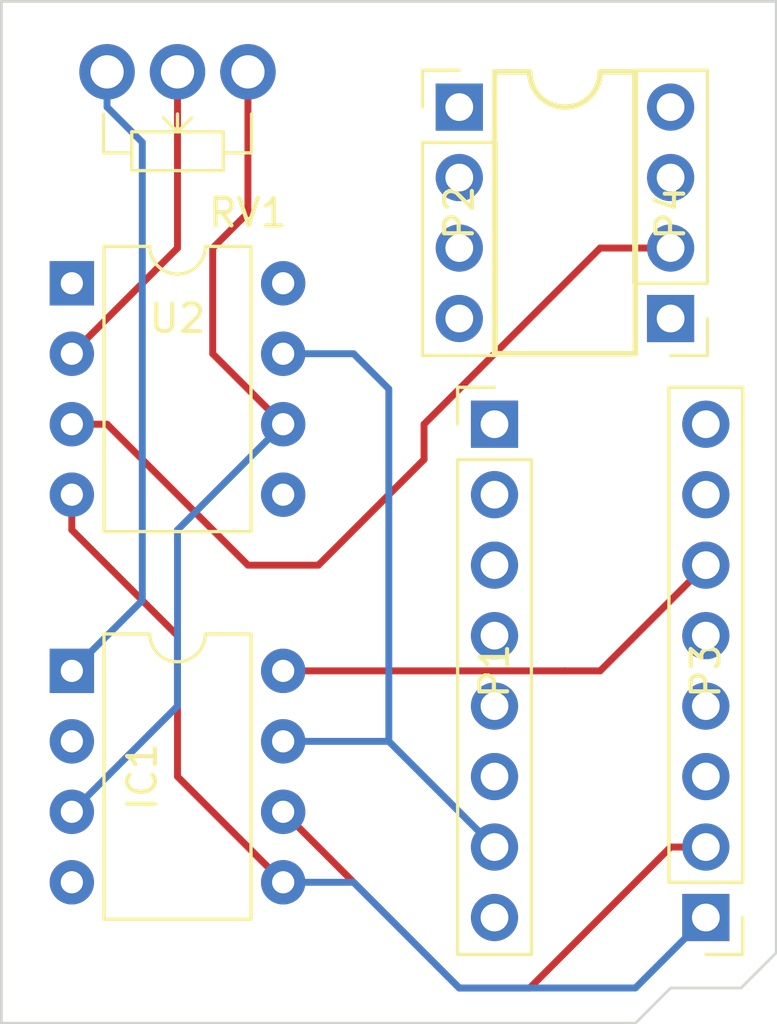
<source format=kicad_pcb>
(kicad_pcb (version 4) (host pcbnew 4.0.4-stable)

  (general
    (links 11)
    (no_connects 0)
    (area 101.549999 102.819999 129.590001 141.020001)
    (thickness 1.6)
    (drawings 14)
    (tracks 42)
    (zones 0)
    (modules 7)
    (nets 9)
  )

  (page A4)
  (title_block
    (title "Philips GAM 48-303 soldering station hat.")
    (date 2019-01-21)
    (company "Akexandre Marquet")
  )

  (layers
    (0 F.Cu signal)
    (31 B.Cu signal)
    (32 B.Adhes user)
    (33 F.Adhes user)
    (34 B.Paste user)
    (35 F.Paste user)
    (36 B.SilkS user)
    (37 F.SilkS user)
    (38 B.Mask user)
    (39 F.Mask user)
    (40 Dwgs.User user)
    (41 Cmts.User user)
    (42 Eco1.User user)
    (43 Eco2.User user)
    (44 Edge.Cuts user)
    (45 Margin user)
    (46 B.CrtYd user)
    (47 F.CrtYd user)
    (48 B.Fab user)
    (49 F.Fab user)
  )

  (setup
    (last_trace_width 0.25)
    (trace_clearance 0.2)
    (zone_clearance 0.508)
    (zone_45_only no)
    (trace_min 0.2)
    (segment_width 0.2)
    (edge_width 0.1)
    (via_size 0.6)
    (via_drill 0.4)
    (via_min_size 0.4)
    (via_min_drill 0.3)
    (uvia_size 0.3)
    (uvia_drill 0.1)
    (uvias_allowed no)
    (uvia_min_size 0.2)
    (uvia_min_drill 0.1)
    (pcb_text_width 0.3)
    (pcb_text_size 1.5 1.5)
    (mod_edge_width 0.15)
    (mod_text_size 1 1)
    (mod_text_width 0.15)
    (pad_size 1.5 1.5)
    (pad_drill 0.6)
    (pad_to_mask_clearance 0)
    (aux_axis_origin 0 0)
    (visible_elements 7FFFFFFF)
    (pcbplotparams
      (layerselection 0x00030_80000001)
      (usegerberextensions false)
      (excludeedgelayer true)
      (linewidth 0.100000)
      (plotframeref false)
      (viasonmask false)
      (mode 1)
      (useauxorigin false)
      (hpglpennumber 1)
      (hpglpenspeed 20)
      (hpglpendiameter 15)
      (hpglpenoverlay 2)
      (psnegative false)
      (psa4output false)
      (plotreference true)
      (plotvalue true)
      (plotinvisibletext false)
      (padsonsilk false)
      (subtractmaskfromsilk false)
      (outputformat 1)
      (mirror false)
      (drillshape 1)
      (scaleselection 1)
      (outputdirectory "E:/Utilisateurs/alex/Documents/electronique/soldering station/soldering-station-hat/"))
  )

  (net 0 "")
  (net 1 /Vref)
  (net 2 /U106BS_9)
  (net 3 /U106BS_10)
  (net 4 /Temp_error_amp)
  (net 5 /U106BS_7)
  (net 6 /U106BS_14)
  (net 7 /CA3140_6)
  (net 8 "Net-(RV1-Pad2)")

  (net_class Default "Ceci est la Netclass par défaut"
    (clearance 0.2)
    (trace_width 0.25)
    (via_dia 0.6)
    (via_drill 0.4)
    (uvia_dia 0.3)
    (uvia_drill 0.1)
    (add_net /CA3140_6)
    (add_net /Temp_error_amp)
    (add_net /U106BS_10)
    (add_net /U106BS_14)
    (add_net /U106BS_7)
    (add_net /U106BS_9)
    (add_net /Vref)
    (add_net "Net-(RV1-Pad2)")
  )

  (module Potentiometers:Potentiometer_WirePads_Small (layer F.Cu) (tedit 5C458366) (tstamp 5C45799E)
    (at 110.49 106.68 270)
    (descr "Potentiometer, Wire Pads only, small, RevA, 02 Aug 2010,")
    (tags "Potentiometer Wire Pads only small RevA 02 Aug 2010 ")
    (path /5C44C25A)
    (fp_text reference RV1 (at 5.08 0 360) (layer F.SilkS)
      (effects (font (size 1 1) (thickness 0.15)))
    )
    (fp_text value 200k (at 5.08 5.08 360) (layer F.Fab)
      (effects (font (size 1 1) (thickness 0.15)))
    )
    (fp_line (start 2.92 4.19) (end 2.92 5.21) (layer F.SilkS) (width 0.12))
    (fp_line (start 2.92 5.21) (end 1.52 5.21) (layer F.SilkS) (width 0.12))
    (fp_line (start 2.92 0.89) (end 2.92 -0.13) (layer F.SilkS) (width 0.12))
    (fp_line (start 2.92 -0.13) (end 1.52 -0.13) (layer F.SilkS) (width 0.12))
    (fp_line (start 2.16 2.54) (end 1.52 2.54) (layer F.SilkS) (width 0.12))
    (fp_line (start 2.16 2.54) (end 1.65 3.05) (layer F.SilkS) (width 0.12))
    (fp_line (start 2.16 2.54) (end 1.65 2.03) (layer F.SilkS) (width 0.12))
    (fp_line (start 2.16 0.89) (end 3.56 0.89) (layer F.SilkS) (width 0.12))
    (fp_line (start 3.56 0.89) (end 3.56 4.19) (layer F.SilkS) (width 0.12))
    (fp_line (start 3.56 4.19) (end 2.16 4.19) (layer F.SilkS) (width 0.12))
    (fp_line (start 2.16 4.19) (end 2.16 0.89) (layer F.SilkS) (width 0.12))
    (fp_line (start -1.25 -1.25) (end 3.81 -1.25) (layer F.CrtYd) (width 0.05))
    (fp_line (start -1.25 -1.25) (end -1.25 6.33) (layer F.CrtYd) (width 0.05))
    (fp_line (start 3.81 6.33) (end 3.81 -1.25) (layer F.CrtYd) (width 0.05))
    (fp_line (start 3.81 6.33) (end -1.25 6.33) (layer F.CrtYd) (width 0.05))
    (pad 2 thru_hole circle (at 0 2.54 270) (size 2 2) (drill 1.2) (layers *.Cu *.Mask)
      (net 8 "Net-(RV1-Pad2)"))
    (pad 3 thru_hole circle (at 0 5.08 270) (size 2 2) (drill 1.2) (layers *.Cu *.Mask)
      (net 1 /Vref))
    (pad 1 thru_hole circle (at 0 0 270) (size 2 2) (drill 1.2) (layers *.Cu *.Mask)
      (net 4 /Temp_error_amp))
  )

  (module Pin_Headers:Pin_Header_Straight_1x08_Pitch2.54mm (layer F.Cu) (tedit 5C457FEA) (tstamp 5C44B983)
    (at 127 137.16 180)
    (descr "Through hole straight pin header, 1x08, 2.54mm pitch, single row")
    (tags "Through hole pin header THT 1x08 2.54mm single row")
    (path /5C44AFD7)
    (fp_text reference P3 (at 0 8.89 270) (layer F.SilkS)
      (effects (font (size 1 1) (thickness 0.15)))
    )
    (fp_text value CONN_01X08 (at 2.54 8.89 270) (layer F.Fab)
      (effects (font (size 1 1) (thickness 0.15)))
    )
    (fp_line (start -0.635 -1.27) (end 1.27 -1.27) (layer F.Fab) (width 0.1))
    (fp_line (start 1.27 -1.27) (end 1.27 19.05) (layer F.Fab) (width 0.1))
    (fp_line (start 1.27 19.05) (end -1.27 19.05) (layer F.Fab) (width 0.1))
    (fp_line (start -1.27 19.05) (end -1.27 -0.635) (layer F.Fab) (width 0.1))
    (fp_line (start -1.27 -0.635) (end -0.635 -1.27) (layer F.Fab) (width 0.1))
    (fp_line (start -1.33 19.11) (end 1.33 19.11) (layer F.SilkS) (width 0.12))
    (fp_line (start -1.33 1.27) (end -1.33 19.11) (layer F.SilkS) (width 0.12))
    (fp_line (start 1.33 1.27) (end 1.33 19.11) (layer F.SilkS) (width 0.12))
    (fp_line (start -1.33 1.27) (end 1.33 1.27) (layer F.SilkS) (width 0.12))
    (fp_line (start -1.33 0) (end -1.33 -1.33) (layer F.SilkS) (width 0.12))
    (fp_line (start -1.33 -1.33) (end 0 -1.33) (layer F.SilkS) (width 0.12))
    (fp_line (start -1.8 -1.8) (end -1.8 19.55) (layer F.CrtYd) (width 0.05))
    (fp_line (start -1.8 19.55) (end 1.8 19.55) (layer F.CrtYd) (width 0.05))
    (fp_line (start 1.8 19.55) (end 1.8 -1.8) (layer F.CrtYd) (width 0.05))
    (fp_line (start 1.8 -1.8) (end -1.8 -1.8) (layer F.CrtYd) (width 0.05))
    (fp_text user %R (at 0 8.89 270) (layer F.Fab)
      (effects (font (size 1 1) (thickness 0.15)))
    )
    (pad 1 thru_hole rect (at 0 0 180) (size 1.7 1.7) (drill 1) (layers *.Cu *.Mask)
      (net 2 /U106BS_9))
    (pad 2 thru_hole oval (at 0 2.54 180) (size 1.7 1.7) (drill 1) (layers *.Cu *.Mask)
      (net 3 /U106BS_10))
    (pad 3 thru_hole oval (at 0 5.08 180) (size 1.7 1.7) (drill 1) (layers *.Cu *.Mask))
    (pad 4 thru_hole oval (at 0 7.62 180) (size 1.7 1.7) (drill 1) (layers *.Cu *.Mask))
    (pad 5 thru_hole oval (at 0 10.16 180) (size 1.7 1.7) (drill 1) (layers *.Cu *.Mask))
    (pad 6 thru_hole oval (at 0 12.7 180) (size 1.7 1.7) (drill 1) (layers *.Cu *.Mask)
      (net 6 /U106BS_14))
    (pad 7 thru_hole oval (at 0 15.24 180) (size 1.7 1.7) (drill 1) (layers *.Cu *.Mask))
    (pad 8 thru_hole oval (at 0 17.78 180) (size 1.7 1.7) (drill 1) (layers *.Cu *.Mask))
    (model ${KISYS3DMOD}/Pin_Headers.3dshapes/Pin_Header_Straight_1x08_Pitch2.54mm.wrl
      (at (xyz 0 0 0))
      (scale (xyz 1 1 1))
      (rotate (xyz 0 0 0))
    )
  )

  (module Housings_DIP:DIP-8_W7.62mm (layer F.Cu) (tedit 5C457FC4) (tstamp 5C44B963)
    (at 104.14 128.27)
    (descr "8-lead though-hole mounted DIP package, row spacing 7.62 mm (300 mils)")
    (tags "THT DIP DIL PDIP 2.54mm 7.62mm 300mil")
    (path /5C44AEC2)
    (fp_text reference IC1 (at 2.54 3.81 90) (layer F.SilkS)
      (effects (font (size 1 1) (thickness 0.15)))
    )
    (fp_text value UAA2016PG (at 3.81 3.81 90) (layer F.Fab)
      (effects (font (size 1 1) (thickness 0.15)))
    )
    (fp_arc (start 3.81 -1.33) (end 2.81 -1.33) (angle -180) (layer F.SilkS) (width 0.12))
    (fp_line (start 1.635 -1.27) (end 6.985 -1.27) (layer F.Fab) (width 0.1))
    (fp_line (start 6.985 -1.27) (end 6.985 8.89) (layer F.Fab) (width 0.1))
    (fp_line (start 6.985 8.89) (end 0.635 8.89) (layer F.Fab) (width 0.1))
    (fp_line (start 0.635 8.89) (end 0.635 -0.27) (layer F.Fab) (width 0.1))
    (fp_line (start 0.635 -0.27) (end 1.635 -1.27) (layer F.Fab) (width 0.1))
    (fp_line (start 2.81 -1.33) (end 1.16 -1.33) (layer F.SilkS) (width 0.12))
    (fp_line (start 1.16 -1.33) (end 1.16 8.95) (layer F.SilkS) (width 0.12))
    (fp_line (start 1.16 8.95) (end 6.46 8.95) (layer F.SilkS) (width 0.12))
    (fp_line (start 6.46 8.95) (end 6.46 -1.33) (layer F.SilkS) (width 0.12))
    (fp_line (start 6.46 -1.33) (end 4.81 -1.33) (layer F.SilkS) (width 0.12))
    (fp_line (start -1.1 -1.55) (end -1.1 9.15) (layer F.CrtYd) (width 0.05))
    (fp_line (start -1.1 9.15) (end 8.7 9.15) (layer F.CrtYd) (width 0.05))
    (fp_line (start 8.7 9.15) (end 8.7 -1.55) (layer F.CrtYd) (width 0.05))
    (fp_line (start 8.7 -1.55) (end -1.1 -1.55) (layer F.CrtYd) (width 0.05))
    (fp_text user %R (at 2.54 3.81 90) (layer F.Fab)
      (effects (font (size 1 1) (thickness 0.15)))
    )
    (pad 1 thru_hole rect (at 0 0) (size 1.6 1.6) (drill 0.8) (layers *.Cu *.Mask)
      (net 1 /Vref))
    (pad 5 thru_hole oval (at 7.62 7.62) (size 1.6 1.6) (drill 0.8) (layers *.Cu *.Mask)
      (net 2 /U106BS_9))
    (pad 2 thru_hole oval (at 0 2.54) (size 1.6 1.6) (drill 0.8) (layers *.Cu *.Mask))
    (pad 6 thru_hole oval (at 7.62 5.08) (size 1.6 1.6) (drill 0.8) (layers *.Cu *.Mask)
      (net 3 /U106BS_10))
    (pad 3 thru_hole oval (at 0 5.08) (size 1.6 1.6) (drill 0.8) (layers *.Cu *.Mask)
      (net 4 /Temp_error_amp))
    (pad 7 thru_hole oval (at 7.62 2.54) (size 1.6 1.6) (drill 0.8) (layers *.Cu *.Mask)
      (net 5 /U106BS_7))
    (pad 4 thru_hole oval (at 0 7.62) (size 1.6 1.6) (drill 0.8) (layers *.Cu *.Mask))
    (pad 8 thru_hole oval (at 7.62 0) (size 1.6 1.6) (drill 0.8) (layers *.Cu *.Mask)
      (net 6 /U106BS_14))
    (model ${KISYS3DMOD}/Housings_DIP.3dshapes/DIP-8_W7.62mm.wrl
      (at (xyz 0 0 0))
      (scale (xyz 1 1 1))
      (rotate (xyz 0 0 0))
    )
  )

  (module Pin_Headers:Pin_Header_Straight_1x08_Pitch2.54mm (layer F.Cu) (tedit 5C457FF5) (tstamp 5C44B96F)
    (at 119.38 119.38)
    (descr "Through hole straight pin header, 1x08, 2.54mm pitch, single row")
    (tags "Through hole pin header THT 1x08 2.54mm single row")
    (path /5C44B111)
    (fp_text reference P1 (at 0 8.89 90) (layer F.SilkS)
      (effects (font (size 1 1) (thickness 0.15)))
    )
    (fp_text value CONN_01X08 (at -2.54 8.89 90) (layer F.Fab)
      (effects (font (size 1 1) (thickness 0.15)))
    )
    (fp_line (start -0.635 -1.27) (end 1.27 -1.27) (layer F.Fab) (width 0.1))
    (fp_line (start 1.27 -1.27) (end 1.27 19.05) (layer F.Fab) (width 0.1))
    (fp_line (start 1.27 19.05) (end -1.27 19.05) (layer F.Fab) (width 0.1))
    (fp_line (start -1.27 19.05) (end -1.27 -0.635) (layer F.Fab) (width 0.1))
    (fp_line (start -1.27 -0.635) (end -0.635 -1.27) (layer F.Fab) (width 0.1))
    (fp_line (start -1.33 19.11) (end 1.33 19.11) (layer F.SilkS) (width 0.12))
    (fp_line (start -1.33 1.27) (end -1.33 19.11) (layer F.SilkS) (width 0.12))
    (fp_line (start 1.33 1.27) (end 1.33 19.11) (layer F.SilkS) (width 0.12))
    (fp_line (start -1.33 1.27) (end 1.33 1.27) (layer F.SilkS) (width 0.12))
    (fp_line (start -1.33 0) (end -1.33 -1.33) (layer F.SilkS) (width 0.12))
    (fp_line (start -1.33 -1.33) (end 0 -1.33) (layer F.SilkS) (width 0.12))
    (fp_line (start -1.8 -1.8) (end -1.8 19.55) (layer F.CrtYd) (width 0.05))
    (fp_line (start -1.8 19.55) (end 1.8 19.55) (layer F.CrtYd) (width 0.05))
    (fp_line (start 1.8 19.55) (end 1.8 -1.8) (layer F.CrtYd) (width 0.05))
    (fp_line (start 1.8 -1.8) (end -1.8 -1.8) (layer F.CrtYd) (width 0.05))
    (fp_text user %R (at 0 8.89 90) (layer F.Fab)
      (effects (font (size 1 1) (thickness 0.15)))
    )
    (pad 1 thru_hole rect (at 0 0) (size 1.7 1.7) (drill 1) (layers *.Cu *.Mask))
    (pad 2 thru_hole oval (at 0 2.54) (size 1.7 1.7) (drill 1) (layers *.Cu *.Mask))
    (pad 3 thru_hole oval (at 0 5.08) (size 1.7 1.7) (drill 1) (layers *.Cu *.Mask))
    (pad 4 thru_hole oval (at 0 7.62) (size 1.7 1.7) (drill 1) (layers *.Cu *.Mask))
    (pad 5 thru_hole oval (at 0 10.16) (size 1.7 1.7) (drill 1) (layers *.Cu *.Mask))
    (pad 6 thru_hole oval (at 0 12.7) (size 1.7 1.7) (drill 1) (layers *.Cu *.Mask))
    (pad 7 thru_hole oval (at 0 15.24) (size 1.7 1.7) (drill 1) (layers *.Cu *.Mask)
      (net 5 /U106BS_7))
    (pad 8 thru_hole oval (at 0 17.78) (size 1.7 1.7) (drill 1) (layers *.Cu *.Mask))
    (model ${KISYS3DMOD}/Pin_Headers.3dshapes/Pin_Header_Straight_1x08_Pitch2.54mm.wrl
      (at (xyz 0 0 0))
      (scale (xyz 1 1 1))
      (rotate (xyz 0 0 0))
    )
  )

  (module Pin_Headers:Pin_Header_Straight_1x04_Pitch2.54mm (layer F.Cu) (tedit 5C458001) (tstamp 5C44B977)
    (at 118.11 107.95)
    (descr "Through hole straight pin header, 1x04, 2.54mm pitch, single row")
    (tags "Through hole pin header THT 1x04 2.54mm single row")
    (path /5C44B024)
    (fp_text reference P2 (at 0 3.81 90) (layer F.SilkS)
      (effects (font (size 1 1) (thickness 0.15)))
    )
    (fp_text value CONN_01X04 (at -2.54 3.81 90) (layer F.Fab)
      (effects (font (size 1 1) (thickness 0.15)))
    )
    (fp_line (start -0.635 -1.27) (end 1.27 -1.27) (layer F.Fab) (width 0.1))
    (fp_line (start 1.27 -1.27) (end 1.27 8.89) (layer F.Fab) (width 0.1))
    (fp_line (start 1.27 8.89) (end -1.27 8.89) (layer F.Fab) (width 0.1))
    (fp_line (start -1.27 8.89) (end -1.27 -0.635) (layer F.Fab) (width 0.1))
    (fp_line (start -1.27 -0.635) (end -0.635 -1.27) (layer F.Fab) (width 0.1))
    (fp_line (start -1.33 8.95) (end 1.33 8.95) (layer F.SilkS) (width 0.12))
    (fp_line (start -1.33 1.27) (end -1.33 8.95) (layer F.SilkS) (width 0.12))
    (fp_line (start 1.33 1.27) (end 1.33 8.95) (layer F.SilkS) (width 0.12))
    (fp_line (start -1.33 1.27) (end 1.33 1.27) (layer F.SilkS) (width 0.12))
    (fp_line (start -1.33 0) (end -1.33 -1.33) (layer F.SilkS) (width 0.12))
    (fp_line (start -1.33 -1.33) (end 0 -1.33) (layer F.SilkS) (width 0.12))
    (fp_line (start -1.8 -1.8) (end -1.8 9.4) (layer F.CrtYd) (width 0.05))
    (fp_line (start -1.8 9.4) (end 1.8 9.4) (layer F.CrtYd) (width 0.05))
    (fp_line (start 1.8 9.4) (end 1.8 -1.8) (layer F.CrtYd) (width 0.05))
    (fp_line (start 1.8 -1.8) (end -1.8 -1.8) (layer F.CrtYd) (width 0.05))
    (fp_text user %R (at 0 3.81 90) (layer F.Fab)
      (effects (font (size 1 1) (thickness 0.15)))
    )
    (pad 1 thru_hole rect (at 0 0) (size 1.7 1.7) (drill 1) (layers *.Cu *.Mask))
    (pad 2 thru_hole oval (at 0 2.54) (size 1.7 1.7) (drill 1) (layers *.Cu *.Mask))
    (pad 3 thru_hole oval (at 0 5.08) (size 1.7 1.7) (drill 1) (layers *.Cu *.Mask))
    (pad 4 thru_hole oval (at 0 7.62) (size 1.7 1.7) (drill 1) (layers *.Cu *.Mask))
    (model ${KISYS3DMOD}/Pin_Headers.3dshapes/Pin_Header_Straight_1x04_Pitch2.54mm.wrl
      (at (xyz 0 0 0))
      (scale (xyz 1 1 1))
      (rotate (xyz 0 0 0))
    )
  )

  (module Pin_Headers:Pin_Header_Straight_1x04_Pitch2.54mm (layer F.Cu) (tedit 5C457FFA) (tstamp 5C44B98B)
    (at 125.73 115.57 180)
    (descr "Through hole straight pin header, 1x04, 2.54mm pitch, single row")
    (tags "Through hole pin header THT 1x04 2.54mm single row")
    (path /5C44B097)
    (fp_text reference P4 (at 0 3.81 270) (layer F.SilkS)
      (effects (font (size 1 1) (thickness 0.15)))
    )
    (fp_text value CONN_01X04 (at 2.54 3.81 270) (layer F.Fab)
      (effects (font (size 1 1) (thickness 0.15)))
    )
    (fp_line (start -0.635 -1.27) (end 1.27 -1.27) (layer F.Fab) (width 0.1))
    (fp_line (start 1.27 -1.27) (end 1.27 8.89) (layer F.Fab) (width 0.1))
    (fp_line (start 1.27 8.89) (end -1.27 8.89) (layer F.Fab) (width 0.1))
    (fp_line (start -1.27 8.89) (end -1.27 -0.635) (layer F.Fab) (width 0.1))
    (fp_line (start -1.27 -0.635) (end -0.635 -1.27) (layer F.Fab) (width 0.1))
    (fp_line (start -1.33 8.95) (end 1.33 8.95) (layer F.SilkS) (width 0.12))
    (fp_line (start -1.33 1.27) (end -1.33 8.95) (layer F.SilkS) (width 0.12))
    (fp_line (start 1.33 1.27) (end 1.33 8.95) (layer F.SilkS) (width 0.12))
    (fp_line (start -1.33 1.27) (end 1.33 1.27) (layer F.SilkS) (width 0.12))
    (fp_line (start -1.33 0) (end -1.33 -1.33) (layer F.SilkS) (width 0.12))
    (fp_line (start -1.33 -1.33) (end 0 -1.33) (layer F.SilkS) (width 0.12))
    (fp_line (start -1.8 -1.8) (end -1.8 9.4) (layer F.CrtYd) (width 0.05))
    (fp_line (start -1.8 9.4) (end 1.8 9.4) (layer F.CrtYd) (width 0.05))
    (fp_line (start 1.8 9.4) (end 1.8 -1.8) (layer F.CrtYd) (width 0.05))
    (fp_line (start 1.8 -1.8) (end -1.8 -1.8) (layer F.CrtYd) (width 0.05))
    (fp_text user %R (at 0 3.81 270) (layer F.Fab)
      (effects (font (size 1 1) (thickness 0.15)))
    )
    (pad 1 thru_hole rect (at 0 0 180) (size 1.7 1.7) (drill 1) (layers *.Cu *.Mask))
    (pad 2 thru_hole oval (at 0 2.54 180) (size 1.7 1.7) (drill 1) (layers *.Cu *.Mask)
      (net 7 /CA3140_6))
    (pad 3 thru_hole oval (at 0 5.08 180) (size 1.7 1.7) (drill 1) (layers *.Cu *.Mask))
    (pad 4 thru_hole oval (at 0 7.62 180) (size 1.7 1.7) (drill 1) (layers *.Cu *.Mask))
    (model ${KISYS3DMOD}/Pin_Headers.3dshapes/Pin_Header_Straight_1x04_Pitch2.54mm.wrl
      (at (xyz 0 0 0))
      (scale (xyz 1 1 1))
      (rotate (xyz 0 0 0))
    )
  )

  (module Housings_DIP:DIP-8_W7.62mm (layer F.Cu) (tedit 5C457FA8) (tstamp 5C44B9AA)
    (at 104.14 114.3)
    (descr "8-lead though-hole mounted DIP package, row spacing 7.62 mm (300 mils)")
    (tags "THT DIP DIL PDIP 2.54mm 7.62mm 300mil")
    (path /5C44AC1C)
    (fp_text reference U2 (at 3.81 1.27) (layer F.SilkS)
      (effects (font (size 1 1) (thickness 0.15)))
    )
    (fp_text value CA3140 (at 3.81 3.81) (layer F.Fab)
      (effects (font (size 1 1) (thickness 0.15)))
    )
    (fp_arc (start 3.81 -1.33) (end 2.81 -1.33) (angle -180) (layer F.SilkS) (width 0.12))
    (fp_line (start 1.635 -1.27) (end 6.985 -1.27) (layer F.Fab) (width 0.1))
    (fp_line (start 6.985 -1.27) (end 6.985 8.89) (layer F.Fab) (width 0.1))
    (fp_line (start 6.985 8.89) (end 0.635 8.89) (layer F.Fab) (width 0.1))
    (fp_line (start 0.635 8.89) (end 0.635 -0.27) (layer F.Fab) (width 0.1))
    (fp_line (start 0.635 -0.27) (end 1.635 -1.27) (layer F.Fab) (width 0.1))
    (fp_line (start 2.81 -1.33) (end 1.16 -1.33) (layer F.SilkS) (width 0.12))
    (fp_line (start 1.16 -1.33) (end 1.16 8.95) (layer F.SilkS) (width 0.12))
    (fp_line (start 1.16 8.95) (end 6.46 8.95) (layer F.SilkS) (width 0.12))
    (fp_line (start 6.46 8.95) (end 6.46 -1.33) (layer F.SilkS) (width 0.12))
    (fp_line (start 6.46 -1.33) (end 4.81 -1.33) (layer F.SilkS) (width 0.12))
    (fp_line (start -1.1 -1.55) (end -1.1 9.15) (layer F.CrtYd) (width 0.05))
    (fp_line (start -1.1 9.15) (end 8.7 9.15) (layer F.CrtYd) (width 0.05))
    (fp_line (start 8.7 9.15) (end 8.7 -1.55) (layer F.CrtYd) (width 0.05))
    (fp_line (start 8.7 -1.55) (end -1.1 -1.55) (layer F.CrtYd) (width 0.05))
    (fp_text user %R (at 3.81 1.27) (layer F.Fab)
      (effects (font (size 1 1) (thickness 0.15)))
    )
    (pad 1 thru_hole rect (at 0 0) (size 1.6 1.6) (drill 0.8) (layers *.Cu *.Mask))
    (pad 5 thru_hole oval (at 7.62 7.62) (size 1.6 1.6) (drill 0.8) (layers *.Cu *.Mask))
    (pad 2 thru_hole oval (at 0 2.54) (size 1.6 1.6) (drill 0.8) (layers *.Cu *.Mask)
      (net 8 "Net-(RV1-Pad2)"))
    (pad 6 thru_hole oval (at 7.62 5.08) (size 1.6 1.6) (drill 0.8) (layers *.Cu *.Mask)
      (net 4 /Temp_error_amp))
    (pad 3 thru_hole oval (at 0 5.08) (size 1.6 1.6) (drill 0.8) (layers *.Cu *.Mask)
      (net 7 /CA3140_6))
    (pad 7 thru_hole oval (at 7.62 2.54) (size 1.6 1.6) (drill 0.8) (layers *.Cu *.Mask)
      (net 5 /U106BS_7))
    (pad 4 thru_hole oval (at 0 7.62) (size 1.6 1.6) (drill 0.8) (layers *.Cu *.Mask)
      (net 2 /U106BS_9))
    (pad 8 thru_hole oval (at 7.62 0) (size 1.6 1.6) (drill 0.8) (layers *.Cu *.Mask))
    (model ${KISYS3DMOD}/Housings_DIP.3dshapes/DIP-8_W7.62mm.wrl
      (at (xyz 0 0 0))
      (scale (xyz 1 1 1))
      (rotate (xyz 0 0 0))
    )
  )

  (gr_line (start 101.6 140.97) (end 101.6 104.14) (angle 90) (layer Edge.Cuts) (width 0.1))
  (gr_line (start 129.54 104.14) (end 129.54 138.43) (angle 90) (layer Edge.Cuts) (width 0.1))
  (gr_line (start 101.6 104.14) (end 129.54 104.14) (angle 90) (layer Edge.Cuts) (width 0.1))
  (gr_line (start 124.46 140.97) (end 101.6 140.97) (angle 90) (layer Edge.Cuts) (width 0.1))
  (gr_line (start 125.73 139.7) (end 124.46 140.97) (angle 90) (layer Edge.Cuts) (width 0.1))
  (gr_line (start 128.27 139.7) (end 125.73 139.7) (angle 90) (layer Edge.Cuts) (width 0.1))
  (gr_line (start 129.54 138.43) (end 128.27 139.7) (angle 90) (layer Edge.Cuts) (width 0.1))
  (gr_arc (start 121.92 106.68) (end 123.19 106.68) (angle 90) (layer F.SilkS) (width 0.2))
  (gr_arc (start 121.92 106.68) (end 121.92 107.95) (angle 90) (layer F.SilkS) (width 0.2))
  (gr_line (start 119.38 106.68) (end 120.65 106.68) (angle 90) (layer F.SilkS) (width 0.2))
  (gr_line (start 124.46 106.68) (end 123.19 106.68) (angle 90) (layer F.SilkS) (width 0.2))
  (gr_line (start 124.46 116.84) (end 124.46 106.68) (angle 90) (layer F.SilkS) (width 0.2))
  (gr_line (start 119.38 116.84) (end 124.46 116.84) (angle 90) (layer F.SilkS) (width 0.2))
  (gr_line (start 119.38 106.68) (end 119.38 116.84) (angle 90) (layer F.SilkS) (width 0.2))

  (segment (start 105.41 106.68) (end 105.41 107.95) (width 0.25) (layer B.Cu) (net 1))
  (segment (start 106.68 125.73) (end 104.14 128.27) (width 0.25) (layer B.Cu) (net 1) (tstamp 5C45ACB0))
  (segment (start 106.68 109.22) (end 106.68 125.73) (width 0.25) (layer B.Cu) (net 1) (tstamp 5C45ACAC))
  (segment (start 105.41 107.95) (end 106.68 109.22) (width 0.25) (layer B.Cu) (net 1) (tstamp 5C45ACA8))
  (segment (start 111.76 135.89) (end 114.3 135.89) (width 0.25) (layer B.Cu) (net 2))
  (segment (start 124.46 139.7) (end 127 137.16) (width 0.25) (layer B.Cu) (net 2) (tstamp 5C45838E))
  (segment (start 118.11 139.7) (end 124.46 139.7) (width 0.25) (layer B.Cu) (net 2) (tstamp 5C45838C))
  (segment (start 114.3 135.89) (end 118.11 139.7) (width 0.25) (layer B.Cu) (net 2) (tstamp 5C45838A))
  (segment (start 104.14 121.92) (end 104.14 123.19) (width 0.25) (layer F.Cu) (net 2))
  (segment (start 107.95 132.08) (end 111.76 135.89) (width 0.25) (layer F.Cu) (net 2) (tstamp 5C45836B))
  (segment (start 107.95 127) (end 107.95 132.08) (width 0.25) (layer F.Cu) (net 2) (tstamp 5C458369))
  (segment (start 104.14 123.19) (end 107.95 127) (width 0.25) (layer F.Cu) (net 2) (tstamp 5C458367))
  (segment (start 111.76 133.35) (end 116.84 138.43) (width 0.25) (layer F.Cu) (net 3))
  (segment (start 125.73 134.62) (end 127 134.62) (width 0.25) (layer F.Cu) (net 3) (tstamp 5C45834F))
  (segment (start 120.65 139.7) (end 125.73 134.62) (width 0.25) (layer F.Cu) (net 3) (tstamp 5C45834E))
  (segment (start 118.11 139.7) (end 120.65 139.7) (width 0.25) (layer F.Cu) (net 3) (tstamp 5C45834D))
  (segment (start 116.84 138.43) (end 118.11 139.7) (width 0.25) (layer F.Cu) (net 3) (tstamp 5C45834C))
  (segment (start 110.49 106.68) (end 110.49 111.76) (width 0.25) (layer F.Cu) (net 4))
  (segment (start 109.22 116.84) (end 111.76 119.38) (width 0.25) (layer F.Cu) (net 4) (tstamp 5C45AC87))
  (segment (start 109.22 113.03) (end 109.22 116.84) (width 0.25) (layer F.Cu) (net 4) (tstamp 5C45AC86))
  (segment (start 110.49 111.76) (end 109.22 113.03) (width 0.25) (layer F.Cu) (net 4) (tstamp 5C45AC85))
  (segment (start 111.76 119.38) (end 110.49 120.65) (width 0.25) (layer B.Cu) (net 4))
  (segment (start 107.95 129.54) (end 104.14 133.35) (width 0.25) (layer B.Cu) (net 4) (tstamp 5C45837B))
  (segment (start 107.95 123.19) (end 107.95 129.54) (width 0.25) (layer B.Cu) (net 4) (tstamp 5C45837A))
  (segment (start 110.49 120.65) (end 107.95 123.19) (width 0.25) (layer B.Cu) (net 4) (tstamp 5C458379))
  (segment (start 115.57 130.81) (end 111.76 130.81) (width 0.25) (layer B.Cu) (net 5))
  (segment (start 111.76 116.84) (end 114.3 116.84) (width 0.25) (layer B.Cu) (net 5))
  (segment (start 115.57 130.81) (end 119.38 134.62) (width 0.25) (layer B.Cu) (net 5) (tstamp 5C458373))
  (segment (start 115.57 118.11) (end 115.57 130.81) (width 0.25) (layer B.Cu) (net 5) (tstamp 5C458371))
  (segment (start 114.3 116.84) (end 115.57 118.11) (width 0.25) (layer B.Cu) (net 5) (tstamp 5C45836F))
  (segment (start 111.76 128.27) (end 121.92 128.27) (width 0.25) (layer F.Cu) (net 6))
  (segment (start 123.19 128.27) (end 127 124.46) (width 0.25) (layer F.Cu) (net 6) (tstamp 5C45ACCE))
  (segment (start 121.92 128.27) (end 123.19 128.27) (width 0.25) (layer F.Cu) (net 6) (tstamp 5C45ACCB))
  (segment (start 104.14 119.38) (end 105.41 119.38) (width 0.25) (layer F.Cu) (net 7))
  (segment (start 123.19 113.03) (end 125.73 113.03) (width 0.25) (layer F.Cu) (net 7) (tstamp 5C45AC99))
  (segment (start 116.84 119.38) (end 123.19 113.03) (width 0.25) (layer F.Cu) (net 7) (tstamp 5C45AC97))
  (segment (start 116.84 120.65) (end 116.84 119.38) (width 0.25) (layer F.Cu) (net 7) (tstamp 5C45AC95))
  (segment (start 113.03 124.46) (end 116.84 120.65) (width 0.25) (layer F.Cu) (net 7) (tstamp 5C45AC93))
  (segment (start 110.49 124.46) (end 113.03 124.46) (width 0.25) (layer F.Cu) (net 7) (tstamp 5C45AC91))
  (segment (start 105.41 119.38) (end 110.49 124.46) (width 0.25) (layer F.Cu) (net 7) (tstamp 5C45AC8F))
  (segment (start 107.95 106.68) (end 107.95 113.03) (width 0.25) (layer F.Cu) (net 8))
  (segment (start 107.95 113.03) (end 104.14 116.84) (width 0.25) (layer F.Cu) (net 8) (tstamp 5C45AC8B))

)

</source>
